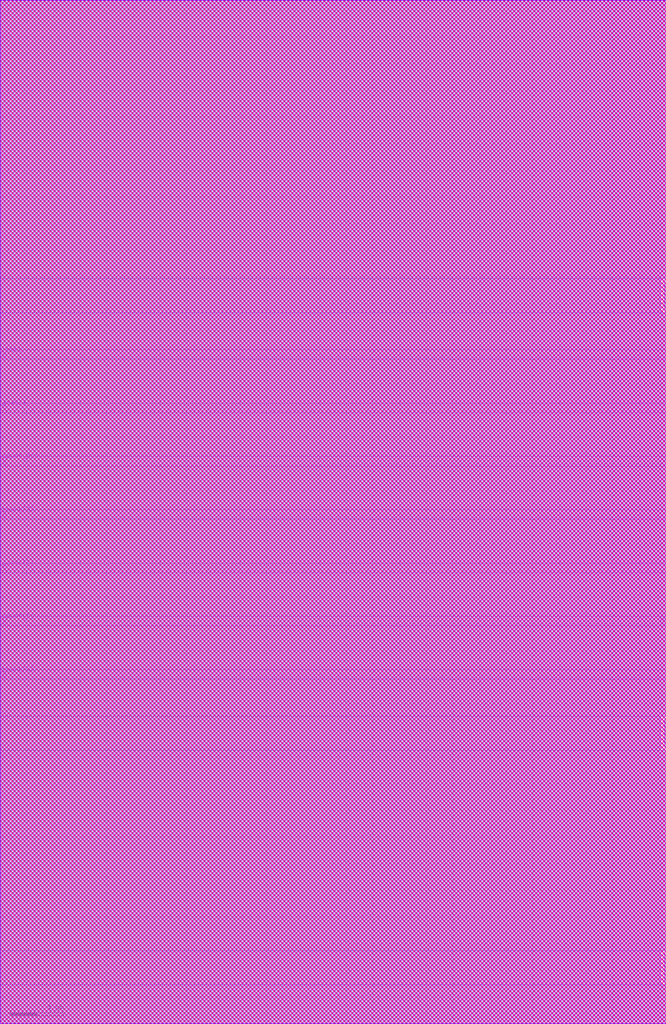
<source format=lef>
##
## LEF for PtnCells ;
## created by Innovus v20.11-s130_1 on Sun Dec 19 17:29:01 2021
##

VERSION 5.8 ;

BUSBITCHARS "[]" ;
DIVIDERCHAR "/" ;

MACRO FULLCHIPcore
  CLASS BLOCK ;
  SIZE 50.000000 BY 76.800000 ;
  FOREIGN FULLCHIPcore 0.000000 0.000000 ;
  ORIGIN 0 0 ;
  SYMMETRY X Y R90 ;
  PIN count_dir
    DIRECTION INPUT ;
    USE SIGNAL ;
    PORT
      LAYER metal1 ;
        RECT 0.000000 42.000000 0.260000 42.400000 ;
    END
  END count_dir
  PIN enable
    DIRECTION INPUT ;
    USE SIGNAL ;
    PORT
      LAYER metal1 ;
        RECT 0.000000 46.000000 0.260000 46.400000 ;
    END
  END enable
  PIN reset
    DIRECTION INPUT ;
    USE SIGNAL ;
    PORT
      LAYER metal1 ;
        RECT 0.000000 50.000000 0.260000 50.400000 ;
    END
  END reset
  PIN count[3]
    DIRECTION OUTPUT ;
    USE SIGNAL ;
    PORT
      LAYER metal1 ;
        RECT 0.000000 38.000000 0.260000 38.400000 ;
    END
  END count[3]
  PIN count[2]
    DIRECTION OUTPUT ;
    USE SIGNAL ;
    PORT
      LAYER metal1 ;
        RECT 0.000000 34.000000 0.260000 34.400000 ;
    END
  END count[2]
  PIN count[1]
    DIRECTION OUTPUT ;
    USE SIGNAL ;
    PORT
      LAYER metal1 ;
        RECT 0.000000 30.000000 0.260000 30.400000 ;
    END
  END count[1]
  PIN count[0]
    DIRECTION OUTPUT ;
    USE SIGNAL ;
    PORT
      LAYER metal1 ;
        RECT 0.000000 26.000000 0.260000 26.400000 ;
    END
  END count[0]
  PIN vctrl
    DIRECTION INPUT ;
    USE ANALOG ;
    PORT
      LAYER metal1 ;
        RECT 49.740000 30.000000 50.000000 30.400000 ;
    END
  END vctrl
  PIN avdd
    DIRECTION INOUT ;
#    USE POWER ;
    PORT
      LAYER metal3 ;
        RECT 49.840000 53.600000 50.000000 55.600000 ;
    END
  END avdd
  PIN agnd
    DIRECTION INOUT ;
#    USE GROUND ;
    PORT
      LAYER metal3 ;
        RECT 49.840000 3.200000 50.000000 5.200000 ;
    END
  END agnd
  PIN dvdd
    DIRECTION INOUT ;
#    USE POWER ;
    PORT
      LAYER metal3 ;
        RECT 49.840000 20.800000 50.000000 22.800000 ;
    END
  END dvdd
  OBS
    LAYER metal1 ;
      RECT 0.000000 50.560000 50.000000 76.800000 ;
      RECT 0.420000 49.840000 50.000000 50.560000 ;
      RECT 0.000000 46.560000 50.000000 49.840000 ;
      RECT 0.420000 45.840000 50.000000 46.560000 ;
      RECT 0.000000 42.560000 50.000000 45.840000 ;
      RECT 0.420000 41.840000 50.000000 42.560000 ;
      RECT 0.000000 38.560000 50.000000 41.840000 ;
      RECT 0.420000 37.840000 50.000000 38.560000 ;
      RECT 0.000000 34.560000 50.000000 37.840000 ;
      RECT 0.420000 33.840000 50.000000 34.560000 ;
      RECT 0.000000 30.560000 50.000000 33.840000 ;
      RECT 0.420000 29.840000 49.580000 30.560000 ;
      RECT 0.000000 26.560000 50.000000 29.840000 ;
      RECT 0.420000 25.840000 50.000000 26.560000 ;
      RECT 0.000000 0.000000 50.000000 25.840000 ;
    LAYER metal2 ;
      RECT 0.000000 0.000000 50.000000 76.800000 ;
    LAYER metal3 ;
      RECT 0.000000 55.880000 50.000000 76.800000 ;
      RECT 0.000000 53.320000 49.560000 55.880000 ;
      RECT 0.000000 23.080000 50.000000 53.320000 ;
      RECT 0.000000 20.520000 49.560000 23.080000 ;
      RECT 0.000000 5.480000 50.000000 20.520000 ;
      RECT 0.000000 2.920000 49.560000 5.480000 ;
      RECT 0.000000 0.000000 50.000000 2.920000 ;
    LAYER metal4 ;
      RECT 0.000000 0.000000 50.000000 76.800000 ;
    LAYER metal5 ;
      RECT 0.000000 0.000000 50.000000 76.800000 ;
    LAYER metal6 ;
      RECT 0.000000 0.000000 50.000000 76.800000 ;
    LAYER metal7 ;
      RECT 0.000000 0.000000 50.000000 76.800000 ;
    LAYER metal8 ;
      RECT 0.000000 0.000000 50.000000 76.800000 ;
  END
END FULLCHIPcore

END LIBRARY

</source>
